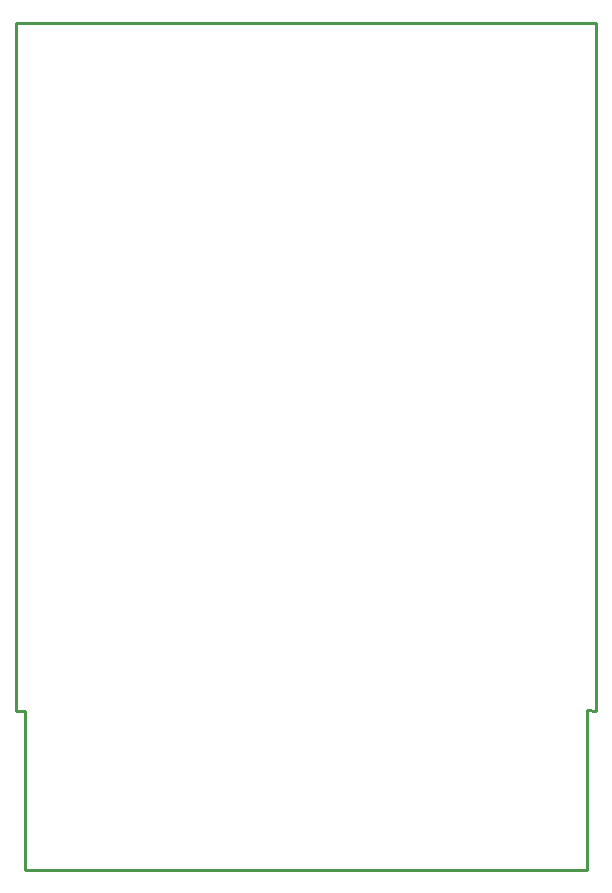
<source format=gbr>
G04 EAGLE Gerber RS-274X export*
G75*
%MOMM*%
%FSLAX34Y34*%
%LPD*%
%IN*%
%IPPOS*%
%AMOC8*
5,1,8,0,0,1.08239X$1,22.5*%
G01*
%ADD10C,0.254000*%


D10*
X8800Y147620D02*
X16510Y147320D01*
X16510Y12700D01*
X492560Y12700D01*
X492560Y148390D01*
X500000Y147620D01*
X500000Y730000D01*
X8800Y730000D01*
X8800Y147620D01*
M02*

</source>
